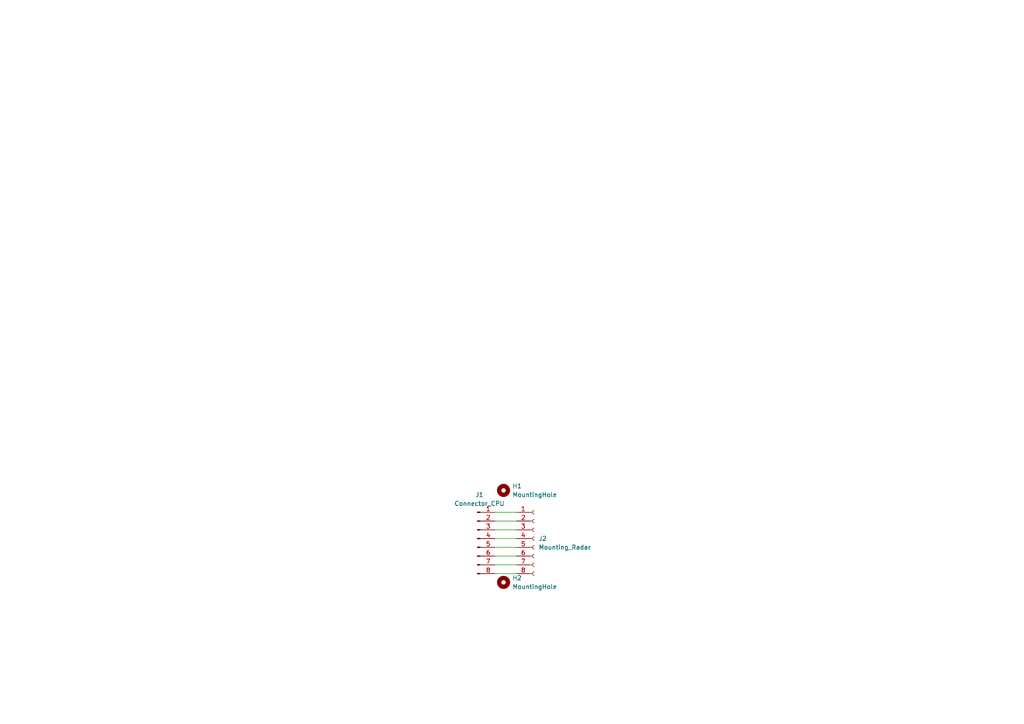
<source format=kicad_sch>
(kicad_sch (version 20211123) (generator eeschema)

  (uuid b4d37bd1-66cd-43d9-8b56-d0d3b0dc6710)

  (paper "A4")

  (lib_symbols
    (symbol "Connector:Conn_01x08_Female" (pin_names (offset 1.016) hide) (in_bom yes) (on_board yes)
      (property "Reference" "J" (id 0) (at 0 10.16 0)
        (effects (font (size 1.27 1.27)))
      )
      (property "Value" "Conn_01x08_Female" (id 1) (at 0 -12.7 0)
        (effects (font (size 1.27 1.27)))
      )
      (property "Footprint" "" (id 2) (at 0 0 0)
        (effects (font (size 1.27 1.27)) hide)
      )
      (property "Datasheet" "~" (id 3) (at 0 0 0)
        (effects (font (size 1.27 1.27)) hide)
      )
      (property "ki_keywords" "connector" (id 4) (at 0 0 0)
        (effects (font (size 1.27 1.27)) hide)
      )
      (property "ki_description" "Generic connector, single row, 01x08, script generated (kicad-library-utils/schlib/autogen/connector/)" (id 5) (at 0 0 0)
        (effects (font (size 1.27 1.27)) hide)
      )
      (property "ki_fp_filters" "Connector*:*_1x??_*" (id 6) (at 0 0 0)
        (effects (font (size 1.27 1.27)) hide)
      )
      (symbol "Conn_01x08_Female_1_1"
        (arc (start 0 -9.652) (mid -0.508 -10.16) (end 0 -10.668)
          (stroke (width 0.1524) (type default) (color 0 0 0 0))
          (fill (type none))
        )
        (arc (start 0 -7.112) (mid -0.508 -7.62) (end 0 -8.128)
          (stroke (width 0.1524) (type default) (color 0 0 0 0))
          (fill (type none))
        )
        (arc (start 0 -4.572) (mid -0.508 -5.08) (end 0 -5.588)
          (stroke (width 0.1524) (type default) (color 0 0 0 0))
          (fill (type none))
        )
        (arc (start 0 -2.032) (mid -0.508 -2.54) (end 0 -3.048)
          (stroke (width 0.1524) (type default) (color 0 0 0 0))
          (fill (type none))
        )
        (polyline
          (pts
            (xy -1.27 -10.16)
            (xy -0.508 -10.16)
          )
          (stroke (width 0.1524) (type default) (color 0 0 0 0))
          (fill (type none))
        )
        (polyline
          (pts
            (xy -1.27 -7.62)
            (xy -0.508 -7.62)
          )
          (stroke (width 0.1524) (type default) (color 0 0 0 0))
          (fill (type none))
        )
        (polyline
          (pts
            (xy -1.27 -5.08)
            (xy -0.508 -5.08)
          )
          (stroke (width 0.1524) (type default) (color 0 0 0 0))
          (fill (type none))
        )
        (polyline
          (pts
            (xy -1.27 -2.54)
            (xy -0.508 -2.54)
          )
          (stroke (width 0.1524) (type default) (color 0 0 0 0))
          (fill (type none))
        )
        (polyline
          (pts
            (xy -1.27 0)
            (xy -0.508 0)
          )
          (stroke (width 0.1524) (type default) (color 0 0 0 0))
          (fill (type none))
        )
        (polyline
          (pts
            (xy -1.27 2.54)
            (xy -0.508 2.54)
          )
          (stroke (width 0.1524) (type default) (color 0 0 0 0))
          (fill (type none))
        )
        (polyline
          (pts
            (xy -1.27 5.08)
            (xy -0.508 5.08)
          )
          (stroke (width 0.1524) (type default) (color 0 0 0 0))
          (fill (type none))
        )
        (polyline
          (pts
            (xy -1.27 7.62)
            (xy -0.508 7.62)
          )
          (stroke (width 0.1524) (type default) (color 0 0 0 0))
          (fill (type none))
        )
        (arc (start 0 0.508) (mid -0.508 0) (end 0 -0.508)
          (stroke (width 0.1524) (type default) (color 0 0 0 0))
          (fill (type none))
        )
        (arc (start 0 3.048) (mid -0.508 2.54) (end 0 2.032)
          (stroke (width 0.1524) (type default) (color 0 0 0 0))
          (fill (type none))
        )
        (arc (start 0 5.588) (mid -0.508 5.08) (end 0 4.572)
          (stroke (width 0.1524) (type default) (color 0 0 0 0))
          (fill (type none))
        )
        (arc (start 0 8.128) (mid -0.508 7.62) (end 0 7.112)
          (stroke (width 0.1524) (type default) (color 0 0 0 0))
          (fill (type none))
        )
        (pin passive line (at -5.08 7.62 0) (length 3.81)
          (name "Pin_1" (effects (font (size 1.27 1.27))))
          (number "1" (effects (font (size 1.27 1.27))))
        )
        (pin passive line (at -5.08 5.08 0) (length 3.81)
          (name "Pin_2" (effects (font (size 1.27 1.27))))
          (number "2" (effects (font (size 1.27 1.27))))
        )
        (pin passive line (at -5.08 2.54 0) (length 3.81)
          (name "Pin_3" (effects (font (size 1.27 1.27))))
          (number "3" (effects (font (size 1.27 1.27))))
        )
        (pin passive line (at -5.08 0 0) (length 3.81)
          (name "Pin_4" (effects (font (size 1.27 1.27))))
          (number "4" (effects (font (size 1.27 1.27))))
        )
        (pin passive line (at -5.08 -2.54 0) (length 3.81)
          (name "Pin_5" (effects (font (size 1.27 1.27))))
          (number "5" (effects (font (size 1.27 1.27))))
        )
        (pin passive line (at -5.08 -5.08 0) (length 3.81)
          (name "Pin_6" (effects (font (size 1.27 1.27))))
          (number "6" (effects (font (size 1.27 1.27))))
        )
        (pin passive line (at -5.08 -7.62 0) (length 3.81)
          (name "Pin_7" (effects (font (size 1.27 1.27))))
          (number "7" (effects (font (size 1.27 1.27))))
        )
        (pin passive line (at -5.08 -10.16 0) (length 3.81)
          (name "Pin_8" (effects (font (size 1.27 1.27))))
          (number "8" (effects (font (size 1.27 1.27))))
        )
      )
    )
    (symbol "Connector:Conn_01x08_Male" (pin_names (offset 1.016) hide) (in_bom yes) (on_board yes)
      (property "Reference" "J" (id 0) (at 0 10.16 0)
        (effects (font (size 1.27 1.27)))
      )
      (property "Value" "Conn_01x08_Male" (id 1) (at 0 -12.7 0)
        (effects (font (size 1.27 1.27)))
      )
      (property "Footprint" "" (id 2) (at 0 0 0)
        (effects (font (size 1.27 1.27)) hide)
      )
      (property "Datasheet" "~" (id 3) (at 0 0 0)
        (effects (font (size 1.27 1.27)) hide)
      )
      (property "ki_keywords" "connector" (id 4) (at 0 0 0)
        (effects (font (size 1.27 1.27)) hide)
      )
      (property "ki_description" "Generic connector, single row, 01x08, script generated (kicad-library-utils/schlib/autogen/connector/)" (id 5) (at 0 0 0)
        (effects (font (size 1.27 1.27)) hide)
      )
      (property "ki_fp_filters" "Connector*:*_1x??_*" (id 6) (at 0 0 0)
        (effects (font (size 1.27 1.27)) hide)
      )
      (symbol "Conn_01x08_Male_1_1"
        (polyline
          (pts
            (xy 1.27 -10.16)
            (xy 0.8636 -10.16)
          )
          (stroke (width 0.1524) (type default) (color 0 0 0 0))
          (fill (type none))
        )
        (polyline
          (pts
            (xy 1.27 -7.62)
            (xy 0.8636 -7.62)
          )
          (stroke (width 0.1524) (type default) (color 0 0 0 0))
          (fill (type none))
        )
        (polyline
          (pts
            (xy 1.27 -5.08)
            (xy 0.8636 -5.08)
          )
          (stroke (width 0.1524) (type default) (color 0 0 0 0))
          (fill (type none))
        )
        (polyline
          (pts
            (xy 1.27 -2.54)
            (xy 0.8636 -2.54)
          )
          (stroke (width 0.1524) (type default) (color 0 0 0 0))
          (fill (type none))
        )
        (polyline
          (pts
            (xy 1.27 0)
            (xy 0.8636 0)
          )
          (stroke (width 0.1524) (type default) (color 0 0 0 0))
          (fill (type none))
        )
        (polyline
          (pts
            (xy 1.27 2.54)
            (xy 0.8636 2.54)
          )
          (stroke (width 0.1524) (type default) (color 0 0 0 0))
          (fill (type none))
        )
        (polyline
          (pts
            (xy 1.27 5.08)
            (xy 0.8636 5.08)
          )
          (stroke (width 0.1524) (type default) (color 0 0 0 0))
          (fill (type none))
        )
        (polyline
          (pts
            (xy 1.27 7.62)
            (xy 0.8636 7.62)
          )
          (stroke (width 0.1524) (type default) (color 0 0 0 0))
          (fill (type none))
        )
        (rectangle (start 0.8636 -10.033) (end 0 -10.287)
          (stroke (width 0.1524) (type default) (color 0 0 0 0))
          (fill (type outline))
        )
        (rectangle (start 0.8636 -7.493) (end 0 -7.747)
          (stroke (width 0.1524) (type default) (color 0 0 0 0))
          (fill (type outline))
        )
        (rectangle (start 0.8636 -4.953) (end 0 -5.207)
          (stroke (width 0.1524) (type default) (color 0 0 0 0))
          (fill (type outline))
        )
        (rectangle (start 0.8636 -2.413) (end 0 -2.667)
          (stroke (width 0.1524) (type default) (color 0 0 0 0))
          (fill (type outline))
        )
        (rectangle (start 0.8636 0.127) (end 0 -0.127)
          (stroke (width 0.1524) (type default) (color 0 0 0 0))
          (fill (type outline))
        )
        (rectangle (start 0.8636 2.667) (end 0 2.413)
          (stroke (width 0.1524) (type default) (color 0 0 0 0))
          (fill (type outline))
        )
        (rectangle (start 0.8636 5.207) (end 0 4.953)
          (stroke (width 0.1524) (type default) (color 0 0 0 0))
          (fill (type outline))
        )
        (rectangle (start 0.8636 7.747) (end 0 7.493)
          (stroke (width 0.1524) (type default) (color 0 0 0 0))
          (fill (type outline))
        )
        (pin passive line (at 5.08 7.62 180) (length 3.81)
          (name "Pin_1" (effects (font (size 1.27 1.27))))
          (number "1" (effects (font (size 1.27 1.27))))
        )
        (pin passive line (at 5.08 5.08 180) (length 3.81)
          (name "Pin_2" (effects (font (size 1.27 1.27))))
          (number "2" (effects (font (size 1.27 1.27))))
        )
        (pin passive line (at 5.08 2.54 180) (length 3.81)
          (name "Pin_3" (effects (font (size 1.27 1.27))))
          (number "3" (effects (font (size 1.27 1.27))))
        )
        (pin passive line (at 5.08 0 180) (length 3.81)
          (name "Pin_4" (effects (font (size 1.27 1.27))))
          (number "4" (effects (font (size 1.27 1.27))))
        )
        (pin passive line (at 5.08 -2.54 180) (length 3.81)
          (name "Pin_5" (effects (font (size 1.27 1.27))))
          (number "5" (effects (font (size 1.27 1.27))))
        )
        (pin passive line (at 5.08 -5.08 180) (length 3.81)
          (name "Pin_6" (effects (font (size 1.27 1.27))))
          (number "6" (effects (font (size 1.27 1.27))))
        )
        (pin passive line (at 5.08 -7.62 180) (length 3.81)
          (name "Pin_7" (effects (font (size 1.27 1.27))))
          (number "7" (effects (font (size 1.27 1.27))))
        )
        (pin passive line (at 5.08 -10.16 180) (length 3.81)
          (name "Pin_8" (effects (font (size 1.27 1.27))))
          (number "8" (effects (font (size 1.27 1.27))))
        )
      )
    )
    (symbol "Mechanical:MountingHole" (pin_names (offset 1.016)) (in_bom yes) (on_board yes)
      (property "Reference" "H" (id 0) (at 0 5.08 0)
        (effects (font (size 1.27 1.27)))
      )
      (property "Value" "MountingHole" (id 1) (at 0 3.175 0)
        (effects (font (size 1.27 1.27)))
      )
      (property "Footprint" "" (id 2) (at 0 0 0)
        (effects (font (size 1.27 1.27)) hide)
      )
      (property "Datasheet" "~" (id 3) (at 0 0 0)
        (effects (font (size 1.27 1.27)) hide)
      )
      (property "ki_keywords" "mounting hole" (id 4) (at 0 0 0)
        (effects (font (size 1.27 1.27)) hide)
      )
      (property "ki_description" "Mounting Hole without connection" (id 5) (at 0 0 0)
        (effects (font (size 1.27 1.27)) hide)
      )
      (property "ki_fp_filters" "MountingHole*" (id 6) (at 0 0 0)
        (effects (font (size 1.27 1.27)) hide)
      )
      (symbol "MountingHole_0_1"
        (circle (center 0 0) (radius 1.27)
          (stroke (width 1.27) (type default) (color 0 0 0 0))
          (fill (type none))
        )
      )
    )
  )


  (wire (pts (xy 143.51 161.29) (xy 149.86 161.29))
    (stroke (width 0) (type default) (color 0 0 0 0))
    (uuid 04df101e-5c4e-4ef1-9c83-de1014ce3d70)
  )
  (wire (pts (xy 143.51 158.75) (xy 149.86 158.75))
    (stroke (width 0) (type default) (color 0 0 0 0))
    (uuid 488fc4fb-dbe9-42d5-9c91-04e74a0c84f9)
  )
  (wire (pts (xy 143.51 153.67) (xy 149.86 153.67))
    (stroke (width 0) (type default) (color 0 0 0 0))
    (uuid 562ef813-1827-49b3-8484-8746af6ec1c7)
  )
  (wire (pts (xy 143.51 156.21) (xy 149.86 156.21))
    (stroke (width 0) (type default) (color 0 0 0 0))
    (uuid 6162c03a-b571-433e-ba4c-43ecddd2ba05)
  )
  (wire (pts (xy 143.51 148.59) (xy 149.86 148.59))
    (stroke (width 0) (type default) (color 0 0 0 0))
    (uuid 914f1ad4-ef9d-4374-87b9-5ba9d4f61af8)
  )
  (wire (pts (xy 143.51 166.37) (xy 149.86 166.37))
    (stroke (width 0) (type default) (color 0 0 0 0))
    (uuid 93b743f2-b084-47b8-8c84-fd6638213c3f)
  )
  (wire (pts (xy 143.51 163.83) (xy 149.86 163.83))
    (stroke (width 0) (type default) (color 0 0 0 0))
    (uuid b88b0d4c-0d42-4484-811c-0f6da7e20e51)
  )
  (wire (pts (xy 143.51 151.13) (xy 149.86 151.13))
    (stroke (width 0) (type default) (color 0 0 0 0))
    (uuid fc55a9a2-f56b-4a4e-bf6f-9e9b7e8e8cd1)
  )

  (symbol (lib_id "Connector:Conn_01x08_Female") (at 154.94 156.21 0) (unit 1)
    (in_bom yes) (on_board yes) (fields_autoplaced)
    (uuid 79f91696-1770-4b04-ac37-5b05acef5d2a)
    (property "Reference" "J2" (id 0) (at 156.21 156.2099 0)
      (effects (font (size 1.27 1.27)) (justify left))
    )
    (property "Value" "Mounting_Radar" (id 1) (at 156.21 158.7499 0)
      (effects (font (size 1.27 1.27)) (justify left))
    )
    (property "Footprint" "Connector_PinSocket_2.54mm:PinSocket_1x08_P2.54mm_Vertical" (id 2) (at 154.94 156.21 0)
      (effects (font (size 1.27 1.27)) hide)
    )
    (property "Datasheet" "~" (id 3) (at 154.94 156.21 0)
      (effects (font (size 1.27 1.27)) hide)
    )
    (pin "1" (uuid 6720ca4c-924a-472f-8a13-203e9190e0ac))
    (pin "2" (uuid c39c0f70-bdb5-4449-b7da-ec976e61cf65))
    (pin "3" (uuid b8e28b63-5ea0-480c-a65b-43f2a87d2c06))
    (pin "4" (uuid da501a33-3132-453d-a160-ef02c5dada2e))
    (pin "5" (uuid f2027d44-7c69-4a3e-be66-5705dc288b27))
    (pin "6" (uuid 0ba7f035-a0b1-4355-bf41-7c2d1a77c5ac))
    (pin "7" (uuid dbfc6d58-2ce3-47be-b25e-cbc8e6e938b5))
    (pin "8" (uuid 77ca051e-f77d-410e-bc85-ef8bfcae0610))
  )

  (symbol (lib_id "Connector:Conn_01x08_Male") (at 138.43 156.21 0) (unit 1)
    (in_bom yes) (on_board yes) (fields_autoplaced)
    (uuid 9d253475-583d-4882-8d0d-341f0e7dc859)
    (property "Reference" "J1" (id 0) (at 139.065 143.51 0))
    (property "Value" "Connector_CPU" (id 1) (at 139.065 146.05 0))
    (property "Footprint" "Connector_PinHeader_2.54mm:PinHeader_1x08_P2.54mm_Vertical" (id 2) (at 138.43 156.21 0)
      (effects (font (size 1.27 1.27)) hide)
    )
    (property "Datasheet" "~" (id 3) (at 138.43 156.21 0)
      (effects (font (size 1.27 1.27)) hide)
    )
    (pin "1" (uuid 5bec19db-02db-4ee7-b075-1eb873575334))
    (pin "2" (uuid 7e25979e-9297-4022-a2f7-392c4f421425))
    (pin "3" (uuid 8cd763e0-6eb4-484c-b00d-a1770ce8f70a))
    (pin "4" (uuid 6bd1b90f-5ed2-4b8a-a519-2b0d1e6c8f96))
    (pin "5" (uuid f7ae07c5-cbe5-445e-b777-cf3df0b67834))
    (pin "6" (uuid 6f0ae38a-7e54-40fb-831b-892e316cf942))
    (pin "7" (uuid c456f4b8-4d83-40cd-9262-8001b9e81009))
    (pin "8" (uuid 8c46a77f-2057-4d6a-a3ff-38565c3ea9a9))
  )

  (symbol (lib_id "Mechanical:MountingHole") (at 146.05 142.24 0) (unit 1)
    (in_bom yes) (on_board yes) (fields_autoplaced)
    (uuid a70266da-dbc2-4246-a820-f7d175fd887a)
    (property "Reference" "H1" (id 0) (at 148.59 140.9699 0)
      (effects (font (size 1.27 1.27)) (justify left))
    )
    (property "Value" "MountingHole" (id 1) (at 148.59 143.5099 0)
      (effects (font (size 1.27 1.27)) (justify left))
    )
    (property "Footprint" "MountingHole:MountingHole_3.2mm_M3" (id 2) (at 146.05 142.24 0)
      (effects (font (size 1.27 1.27)) hide)
    )
    (property "Datasheet" "~" (id 3) (at 146.05 142.24 0)
      (effects (font (size 1.27 1.27)) hide)
    )
  )

  (symbol (lib_id "Mechanical:MountingHole") (at 146.05 168.91 0) (unit 1)
    (in_bom yes) (on_board yes) (fields_autoplaced)
    (uuid dd59a49e-b22c-495a-a598-631b064749c4)
    (property "Reference" "H2" (id 0) (at 148.59 167.6399 0)
      (effects (font (size 1.27 1.27)) (justify left))
    )
    (property "Value" "MountingHole" (id 1) (at 148.59 170.1799 0)
      (effects (font (size 1.27 1.27)) (justify left))
    )
    (property "Footprint" "MountingHole:MountingHole_3.2mm_M3" (id 2) (at 146.05 168.91 0)
      (effects (font (size 1.27 1.27)) hide)
    )
    (property "Datasheet" "~" (id 3) (at 146.05 168.91 0)
      (effects (font (size 1.27 1.27)) hide)
    )
  )

  (sheet_instances
    (path "/" (page "1"))
  )

  (symbol_instances
    (path "/a70266da-dbc2-4246-a820-f7d175fd887a"
      (reference "H1") (unit 1) (value "MountingHole") (footprint "MountingHole:MountingHole_3.2mm_M3")
    )
    (path "/dd59a49e-b22c-495a-a598-631b064749c4"
      (reference "H2") (unit 1) (value "MountingHole") (footprint "MountingHole:MountingHole_3.2mm_M3")
    )
    (path "/9d253475-583d-4882-8d0d-341f0e7dc859"
      (reference "J1") (unit 1) (value "Connector_CPU") (footprint "Connector_PinHeader_2.54mm:PinHeader_1x08_P2.54mm_Vertical")
    )
    (path "/79f91696-1770-4b04-ac37-5b05acef5d2a"
      (reference "J2") (unit 1) (value "Mounting_Radar") (footprint "Connector_PinSocket_2.54mm:PinSocket_1x08_P2.54mm_Vertical")
    )
  )
)

</source>
